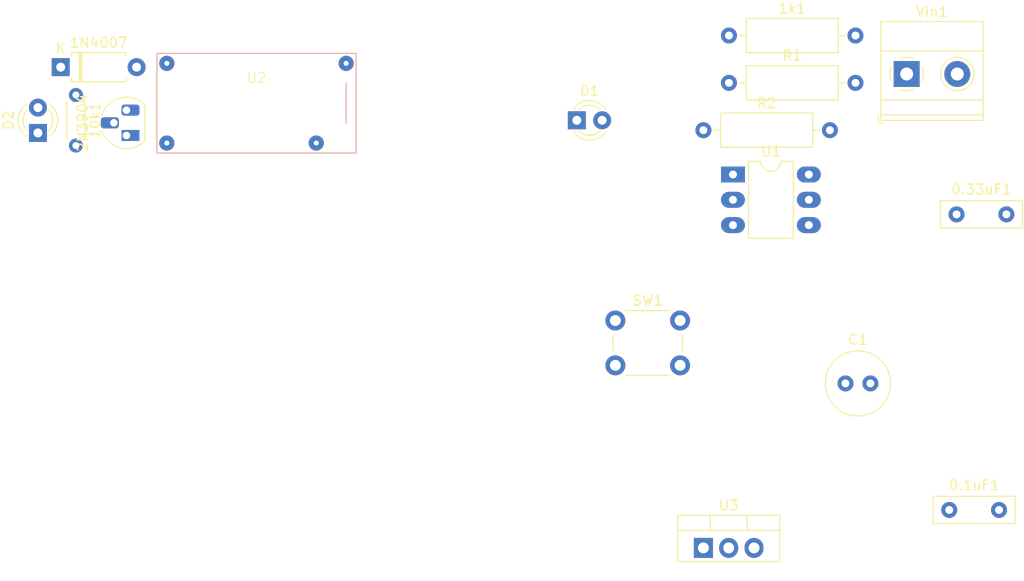
<source format=kicad_pcb>
(kicad_pcb (version 20221018) (generator pcbnew)
  (layers (0 "F.Cu" signal) (31 "B.Cu" signal) (34 "B.Paste" user) (35 "F.Paste" user) (36 "B.SilkS" user "B.Silkscreen") (37 "F.SilkS" user "F.Silkscreen") (38 "B.Mask" user) (39 "F.Mask" user) (44 "Edge.Cuts" user))
  (net 0 "")
  (net 1 "+5V")
  (net 2 "Net-(1N4007-A)")
  (net 3 "/outR_0")
  (net 4 "/pwr_R_0")
  (net 5 "GND")
  (net 6 "Net-(Vin1-PM)")
  (net 7 "Net-(D2-K)")
  (net 8 "Net-(2N3904-B)")
  (net 9 "/out_0")
  (net 10 "/in_0")
  (net 11 "Net-(D1-K)")
  (net 12 "Net-(U1-A)")
  (net 13 "/in24_0")
  (footprint "LED_THT:LED_D3.0mm" (layer "F.Cu") (at 155.697 68.58)
    (fp_text reference "D1" (at 1.27 -2.96) (layer "F.SilkS"))
    (fp_text value "LED")
    (fp_line (start -0.29 -1.236) (end -0.29 -1.08) (stroke (width 0.12)) (layer "F.SilkS"))
    (fp_line (start -0.29 1.08) (end -0.29 1.236) (stroke (width 0.12)) (layer "F.SilkS"))
    (fp_arc (start -0.29 -1.235516) (mid 1.366487 -1.987659) (end 2.942335 -1.078608) (stroke (width 0.12)) (layer "F.SilkS"))
    (fp_arc (start 0.229039 -1.08) (mid 1.270117 -1.5) (end 2.31113 -1.079837) (stroke (width 0.12)) (layer "F.SilkS"))
    (fp_arc (start 2.31113 1.079837) (mid 1.270117 1.5) (end 0.229039 1.08) (stroke (width 0.12)) (layer "F.SilkS"))
    (fp_arc (start 2.942335 1.078608) (mid 1.366487 1.987659) (end -0.29 1.235516) (stroke (width 0.12)) (layer "F.SilkS"))
    (pad "1" thru_hole rect (at 0 0) (size 1.8 1.8) (drill 0.9) (layers "*.Cu" "*.Mask") (net 10 "/in_0"))
    (pad "2" thru_hole circle (at 2.54 0) (size 1.8 1.8) (drill 0.9) (layers "*.Cu" "*.Mask") (net 11 "Net-(D1-K)"))
  )
  (footprint "Capacitor_THT:C_Disc_D8.0mm_W2.5mm_P5.00mm" (layer "F.Cu") (at 193.818 78.024)
    (fp_text reference "0.33uF1" (at 2.5 -2.5) (layer "F.SilkS"))
    (fp_text value "C")
    (fp_line (start -1.62 -1.37) (end -1.62 1.37) (stroke (width 0.12)) (layer "F.SilkS"))
    (fp_line (start -1.62 -1.37) (end 6.62 -1.37) (stroke (width 0.12)) (layer "F.SilkS"))
    (fp_line (start -1.62 1.37) (end 6.62 1.37) (stroke (width 0.12)) (layer "F.SilkS"))
    (fp_line (start 6.62 -1.37) (end 6.62 1.37) (stroke (width 0.12)) (layer "F.SilkS"))
    (pad "1" thru_hole circle (at 0 0) (size 1.6 1.6) (drill 0.8) (layers "*.Cu" "*.Mask") (net 6 "Net-(Vin1-PM)"))
    (pad "2" thru_hole circle (at 5 0) (size 1.6 1.6) (drill 0.8) (layers "*.Cu" "*.Mask") (net 5 "GND"))
  )
  (footprint "Capacitor_THT:C_Disc_D8.0mm_W2.5mm_P5.00mm" (layer "F.Cu") (at 193.08 107.696)
    (fp_text reference "0.1uF1" (at 2.5 -2.5) (layer "F.SilkS"))
    (fp_text value "C")
    (fp_line (start -1.62 -1.37) (end -1.62 1.37) (stroke (width 0.12)) (layer "F.SilkS"))
    (fp_line (start -1.62 -1.37) (end 6.62 -1.37) (stroke (width 0.12)) (layer "F.SilkS"))
    (fp_line (start -1.62 1.37) (end 6.62 1.37) (stroke (width 0.12)) (layer "F.SilkS"))
    (fp_line (start 6.62 -1.37) (end 6.62 1.37) (stroke (width 0.12)) (layer "F.SilkS"))
    (pad "1" thru_hole circle (at 0 0) (size 1.6 1.6) (drill 0.8) (layers "*.Cu" "*.Mask") (net 1 "+5V"))
    (pad "2" thru_hole circle (at 5 0) (size 1.6 1.6) (drill 0.8) (layers "*.Cu" "*.Mask") (net 5 "GND"))
  )
  (footprint "Diode_THT:D_A-405_P7.62mm_Horizontal" (layer "F.Cu") (at 103.886 63.246)
    (fp_text reference "1N4007" (at 3.81 -2.47) (layer "F.SilkS"))
    (fp_text value "DIODE")
    (fp_text user "K" (at 0 -1.9) (layer "F.SilkS"))
    (fp_line (start 1.09 -1.47) (end 6.53 -1.47) (stroke (width 0.12)) (layer "F.SilkS"))
    (fp_line (start 1.09 -1.14) (end 1.09 -1.47) (stroke (width 0.12)) (layer "F.SilkS"))
    (fp_line (start 1.09 1.14) (end 1.09 1.47) (stroke (width 0.12)) (layer "F.SilkS"))
    (fp_line (start 1.09 1.47) (end 6.53 1.47) (stroke (width 0.12)) (layer "F.SilkS"))
    (fp_line (start 1.87 -1.47) (end 1.87 1.47) (stroke (width 0.12)) (layer "F.SilkS"))
    (fp_line (start 1.99 -1.47) (end 1.99 1.47) (stroke (width 0.12)) (layer "F.SilkS"))
    (fp_line (start 2.11 -1.47) (end 2.11 1.47) (stroke (width 0.12)) (layer "F.SilkS"))
    (fp_line (start 6.53 -1.47) (end 6.53 -1.14) (stroke (width 0.12)) (layer "F.SilkS"))
    (fp_line (start 6.53 1.47) (end 6.53 1.14) (stroke (width 0.12)) (layer "F.SilkS"))
    (pad "1" thru_hole rect (at 0 0) (size 1.8 1.8) (drill 0.9) (layers "*.Cu" "*.Mask") (net 2 "Net-(1N4007-A)"))
    (pad "2" thru_hole oval (at 7.62 0) (size 1.8 1.8) (drill 0.9) (layers "*.Cu" "*.Mask") (net 1 "+5V"))
  )
  (footprint "Button_Switch_THT:SW_PUSH_6mm" (layer "F.Cu") (at 159.564 88.682)
    (fp_text reference "SW1" (at 3.25 -2) (layer "F.SilkS"))
    (fp_text value "SW_PUSH")
    (fp_line (start -0.25 1.5) (end -0.25 3) (stroke (width 0.12)) (layer "F.SilkS"))
    (fp_line (start 1 5.5) (end 5.5 5.5) (stroke (width 0.12)) (layer "F.SilkS"))
    (fp_line (start 5.5 -1) (end 1 -1) (stroke (width 0.12)) (layer "F.SilkS"))
    (fp_line (start 6.75 3) (end 6.75 1.5) (stroke (width 0.12)) (layer "F.SilkS"))
    (pad "1" thru_hole circle (at 0 0 90) (size 2 2) (drill 1.1) (layers "*.Cu" "*.Mask") (net 1 "+5V"))
    (pad "1" thru_hole circle (at 6.5 0 90) (size 2 2) (drill 1.1) (layers "*.Cu" "*.Mask") (net 1 "+5V"))
    (pad "2" thru_hole circle (at 0 4.5 90) (size 2 2) (drill 1.1) (layers "*.Cu" "*.Mask") (net 10 "/in_0"))
    (pad "2" thru_hole circle (at 6.5 4.5 90) (size 2 2) (drill 1.1) (layers "*.Cu" "*.Mask") (net 10 "/in_0"))
  )
  (footprint "Capacitor_THT:C_Radial_D6.3mm_H11.0mm_P2.50mm" (layer "F.Cu") (at 182.666 94.996)
    (fp_text reference "C1" (at 1.25 -4.4) (layer "F.SilkS"))
    (fp_text value "1uF")
    (fp_circle (center 1.25 0) (end 4.52 0) (stroke (width 0.12)) (fill none) (layer "F.SilkS"))
    (pad "1" thru_hole circle (at 0 0) (size 1.6 1.6) (drill 0.8) (layers "*.Cu" "*.Mask") (net 10 "/in_0"))
    (pad "2" thru_hole circle (at 2.5 0) (size 1.6 1.6) (drill 0.8) (layers "*.Cu" "*.Mask") (net 5 "GND"))
  )
  (footprint "Resistor_THT:R_Axial_DIN0309_L9.0mm_D3.2mm_P12.70mm_Horizontal" (layer "F.Cu") (at 168.402 69.574)
    (fp_text reference "R2" (at 6.35 -2.72) (layer "F.SilkS"))
    (fp_text value "1k")
    (fp_line (start 1.04 0) (end 1.73 0) (stroke (width 0.12)) (layer "F.SilkS"))
    (fp_line (start 1.73 -1.72) (end 1.73 1.72) (stroke (width 0.12)) (layer "F.SilkS"))
    (fp_line (start 1.73 1.72) (end 10.97 1.72) (stroke (width 0.12)) (layer "F.SilkS"))
    (fp_line (start 10.97 -1.72) (end 1.73 -1.72) (stroke (width 0.12)) (layer "F.SilkS"))
    (fp_line (start 10.97 1.72) (end 10.97 -1.72) (stroke (width 0.12)) (layer "F.SilkS"))
    (fp_line (start 11.66 0) (end 10.97 0) (stroke (width 0.12)) (layer "F.SilkS"))
    (pad "1" thru_hole circle (at 0 0) (size 1.6 1.6) (drill 0.8) (layers "*.Cu" "*.Mask") (net 11 "Net-(D1-K)"))
    (pad "2" thru_hole oval (at 12.7 0) (size 1.6 1.6) (drill 0.8) (layers "*.Cu" "*.Mask") (net 5 "GND"))
  )
  (footprint "Relay_THT:RSEIV-JMU" (layer "F.Cu") (at 123.54 66.866)
    (fp_text reference "U2" (at 0 -2.54 unlocked) (layer "F.SilkS") (effects (font (thickness 0.1))))
    (fp_text value "~")
    (fp_line (start 9 -2) (end 9 2) (stroke (width 0.12)) (layer "B.SilkS"))
    (fp_rect (start -10 -5) (end 10 5) (stroke (width 0.12)) (fill none) (layer "B.SilkS"))
    (pad "1" thru_hole circle (at -9 -4) (size 1.524 1.524) (drill 0.5) (layers "*.Cu" "*.Mask") (net 1 "+5V"))
    (pad "2" thru_hole circle (at -9 4) (size 1.524 1.524) (drill 0.5) (layers "*.Cu" "*.Mask") (net 2 "Net-(1N4007-A)"))
    (pad "3" thru_hole circle (at 9 -4) (size 1.524 1.524) (drill 0.5) (layers "*.Cu" "*.Mask") (net 3 "/outR_0"))
    (pad "4" thru_hole circle (at 6 4) (size 1.524 1.524) (drill 0.5) (layers "*.Cu" "*.Mask") (net 4 "/pwr_R_0"))
  )
  (footprint "Resistor_THT:R_Axial_DIN0309_L9.0mm_D3.2mm_P12.70mm_Horizontal" (layer "F.Cu") (at 170.968 64.824)
    (fp_text reference "R1" (at 6.35 -2.72) (layer "F.SilkS"))
    (fp_text value "1k")
    (fp_line (start 1.04 0) (end 1.73 0) (stroke (width 0.12)) (layer "F.SilkS"))
    (fp_line (start 1.73 -1.72) (end 1.73 1.72) (stroke (width 0.12)) (layer "F.SilkS"))
    (fp_line (start 1.73 1.72) (end 10.97 1.72) (stroke (width 0.12)) (layer "F.SilkS"))
    (fp_line (start 10.97 -1.72) (end 1.73 -1.72) (stroke (width 0.12)) (layer "F.SilkS"))
    (fp_line (start 10.97 1.72) (end 10.97 -1.72) (stroke (width 0.12)) (layer "F.SilkS"))
    (fp_line (start 11.66 0) (end 10.97 0) (stroke (width 0.12)) (layer "F.SilkS"))
    (pad "1" thru_hole circle (at 0 0) (size 1.6 1.6) (drill 0.8) (layers "*.Cu" "*.Mask") (net 12 "Net-(U1-A)"))
    (pad "2" thru_hole oval (at 12.7 0) (size 1.6 1.6) (drill 0.8) (layers "*.Cu" "*.Mask") (net 13 "/in24_0"))
  )
  (footprint "Resistor_THT:R_Axial_DIN0204_L3.6mm_D1.6mm_P5.08mm_Horizontal" (layer "F.Cu") (at 105.41 66.04 -90)
    (fp_text reference "10k1" (at 2.54 -1.92 90) (layer "F.SilkS"))
    (fp_text value "R")
    (fp_line (start 0.62 -0.92) (end 4.46 -0.92) (stroke (width 0.12)) (layer "F.SilkS"))
    (fp_line (start 0.62 0.92) (end 4.46 0.92) (stroke (width 0.12)) (layer "F.SilkS"))
    (pad "1" thru_hole circle (at 0 0 270) (size 1.4 1.4) (drill 0.7) (layers "*.Cu" "*.Mask") (net 8 "Net-(2N3904-B)"))
    (pad "2" thru_hole oval (at 5.08 0 270) (size 1.4 1.4) (drill 0.7) (layers "*.Cu" "*.Mask") (net 9 "/out_0"))
  )
  (footprint "TerminalBlock_Phoenix:TerminalBlock_Phoenix_MKDS-1,5-2-5.08_1x02_P5.08mm_Horizontal" (layer "F.Cu") (at 188.808 63.934)
    (fp_text reference "Vin1" (at 2.54 -6.26) (layer "F.SilkS"))
    (fp_text value "CONN_2")
    (fp_line (start -2.84 4.16) (end -2.84 4.9) (stroke (width 0.12)) (layer "F.SilkS"))
    (fp_line (start -2.84 4.9) (end -2.34 4.9) (stroke (width 0.12)) (layer "F.SilkS"))
    (fp_line (start -2.6 -5.261) (end -2.6 4.66) (stroke (width 0.12)) (layer "F.SilkS"))
    (fp_line (start -2.6 -5.261) (end 7.68 -5.261) (stroke (width 0.12)) (layer "F.SilkS"))
    (fp_line (start -2.6 -2.301) (end 7.68 -2.301) (stroke (width 0.12)) (layer "F.SilkS"))
    (fp_line (start -2.6 2.6) (end 7.68 2.6) (stroke (width 0.12)) (layer "F.SilkS"))
    (fp_line (start -2.6 4.1) (end 7.68 4.1) (stroke (width 0.12)) (layer "F.SilkS"))
    (fp_line (start -2.6 4.66) (end 7.68 4.66) (stroke (width 0.12)) (layer "F.SilkS"))
    (fp_line (start 3.853 1.023) (end 3.806 1.069) (stroke (width 0.12)) (layer "F.SilkS"))
    (fp_line (start 4.046 1.239) (end 4.011 1.274) (stroke (width 0.12)) (layer "F.SilkS"))
    (fp_line (start 6.15 -1.275) (end 6.115 -1.239) (stroke (width 0.12)) (layer "F.SilkS"))
    (fp_line (start 6.355 -1.069) (end 6.308 -1.023) (stroke (width 0.12)) (layer "F.SilkS"))
    (fp_line (start 7.68 -5.261) (end 7.68 4.66) (stroke (width 0.12)) (layer "F.SilkS"))
    (fp_arc (start -1.535427 0.683042) (mid -1.680501 -0.000524) (end -1.535 -0.684) (stroke (width 0.12)) (layer "F.SilkS"))
    (fp_arc (start -0.683042 -1.535427) (mid 0.000524 -1.680501) (end 0.684 -1.535) (stroke (width 0.12)) (layer "F.SilkS"))
    (fp_arc (start 0.028805 1.680253) (mid -0.335551 1.646659) (end -0.684 1.535) (stroke (width 0.12)) (layer "F.SilkS"))
    (fp_arc (start 0.683318 1.534756) (mid 0.349292 1.643288) (end 0 1.68) (stroke (width 0.12)) (layer "F.SilkS"))
    (fp_arc (start 1.535427 -0.683042) (mid 1.680501 0.000524) (end 1.535 0.684) (stroke (width 0.12)) (layer "F.SilkS"))
    (fp_circle (center 5.08 0) (end 6.76 0) (stroke (width 0.12)) (fill none) (layer "F.SilkS"))
    (pad "1" thru_hole rect (at 0 0) (size 2.6 2.6) (drill 1.3) (layers "*.Cu" "*.Mask") (net 5 "GND"))
    (pad "2" thru_hole circle (at 5.08 0) (size 2.6 2.6) (drill 1.3) (layers "*.Cu" "*.Mask") (net 6 "Net-(Vin1-PM)"))
  )
  (footprint "Package_DIP:DIP-6_W7.62mm_LongPads" (layer "F.Cu") (at 171.368 74.024)
    (fp_text reference "U1" (at 3.81 -2.33) (layer "F.SilkS"))
    (fp_text value "OPTO-TRANSISTOR")
    (fp_line (start 1.56 -1.33) (end 1.56 6.41) (stroke (width 0.12)) (layer "F.SilkS"))
    (fp_line (start 1.56 6.41) (end 6.06 6.41) (stroke (width 0.12)) (layer "F.SilkS"))
    (fp_line (start 2.81 -1.33) (end 1.56 -1.33) (stroke (width 0.12)) (layer "F.SilkS"))
    (fp_line (start 6.06 -1.33) (end 4.81 -1.33) (stroke (width 0.12)) (layer "F.SilkS"))
    (fp_line (start 6.06 6.41) (end 6.06 -1.33) (stroke (width 0.12)) (layer "F.SilkS"))
    (fp_arc (start 4.81 -1.33) (mid 3.81 -0.33) (end 2.81 -1.33) (stroke (width 0.12)) (layer "F.SilkS"))
    (pad "1" thru_hole rect (at 0 0) (size 2.4 1.6) (drill 0.8) (layers "*.Cu" "*.Mask") (net 12 "Net-(U1-A)"))
    (pad "2" thru_hole oval (at 0 2.54) (size 2.4 1.6) (drill 0.8) (layers "*.Cu" "*.Mask") (net 5 "GND"))
    (pad "3" thru_hole oval (at 0 5.08) (size 2.4 1.6) (drill 0.8) (layers "*.Cu" "*.Mask"))
    (pad "4" thru_hole oval (at 7.62 5.08) (size 2.4 1.6) (drill 0.8) (layers "*.Cu" "*.Mask") (net 10 "/in_0"))
    (pad "5" thru_hole oval (at 7.62 2.54) (size 2.4 1.6) (drill 0.8) (layers "*.Cu" "*.Mask") (net 1 "+5V"))
    (pad "6" thru_hole oval (at 7.62 0) (size 2.4 1.6) (drill 0.8) (layers "*.Cu" "*.Mask"))
  )
  (footprint "Resistor_THT:R_Axial_DIN0309_L9.0mm_D3.2mm_P12.70mm_Horizontal" (layer "F.Cu") (at 170.968 60.074)
    (fp_text reference "1k1" (at 6.35 -2.72) (layer "F.SilkS"))
    (fp_text value "R")
    (fp_line (start 1.04 0) (end 1.73 0) (stroke (width 0.12)) (layer "F.SilkS"))
    (fp_line (start 1.73 -1.72) (end 1.73 1.72) (stroke (width 0.12)) (layer "F.SilkS"))
    (fp_line (start 1.73 1.72) (end 10.97 1.72) (stroke (width 0.12)) (layer "F.SilkS"))
    (fp_line (start 10.97 -1.72) (end 1.73 -1.72) (stroke (width 0.12)) (layer "F.SilkS"))
    (fp_line (start 10.97 1.72) (end 10.97 -1.72) (stroke (width 0.12)) (layer "F.SilkS"))
    (fp_line (start 11.66 0) (end 10.97 0) (stroke (width 0.12)) (layer "F.SilkS"))
    (pad "1" thru_hole circle (at 0 0) (size 1.6 1.6) (drill 0.8) (layers "*.Cu" "*.Mask") (net 7 "Net-(D2-K)"))
    (pad "2" thru_hole oval (at 12.7 0) (size 1.6 1.6) (drill 0.8) (layers "*.Cu" "*.Mask") (net 5 "GND"))
  )
  (footprint "Package_TO_SOT_THT:TO-92_HandSolder" (layer "F.Cu") (at 110.49 70.104 90)
    (fp_text reference "2N3904" (at 1.27 -4.4 90) (layer "F.SilkS"))
    (fp_text value "NPN")
    (fp_line (start -0.53 1.85) (end 3.07 1.85) (stroke (width 0.12)) (layer "F.SilkS"))
    (fp_arc (start -0.541875 1.841741) (mid -1.247231 -0.581764) (end 0.45 -2.45) (stroke (width 0.12)) (layer "F.SilkS"))
    (fp_arc (start 2.05 -2.45) (mid 3.769931 -0.601036) (end 3.078445 1.827684) (stroke (width 0.12)) (layer "F.SilkS"))
    (pad "1" thru_hole rect (at 0 0 90) (size 1.1 1.8) (drill 0.75 (offset 0 0.4)) (layers "*.Cu" "*.Mask") (net 5 "GND"))
    (pad "2" thru_hole roundrect (at 1.27 -1.27 90) (size 1.1 1.8) (drill 0.75 (offset 0 -0.4)) (layers "*.Cu" "*.Mask") (net 8 "Net-(2N3904-B)"))
    (pad "3" thru_hole roundrect (at 2.54 0 90) (size 1.1 1.8) (drill 0.75 (offset 0 0.4)) (layers "*.Cu" "*.Mask") (net 2 "Net-(1N4007-A)"))
  )
  (footprint "Package_TO_SOT_THT:TO-220-3_Vertical" (layer "F.Cu") (at 168.402 111.506)
    (fp_text reference "U3" (at 2.54 -4.27) (layer "F.SilkS"))
    (fp_text value "LM7805")
    (fp_line (start -2.58 -3.27) (end -2.58 1.371) (stroke (width 0.12)) (layer "F.SilkS"))
    (fp_line (start -2.58 -3.27) (end 7.66 -3.27) (stroke (width 0.12)) (layer "F.SilkS"))
    (fp_line (start -2.58 -1.76) (end 7.66 -1.76) (stroke (width 0.12)) (layer "F.SilkS"))
    (fp_line (start -2.58 1.371) (end 7.66 1.371) (stroke (width 0.12)) (layer "F.SilkS"))
    (fp_line (start 0.69 -3.27) (end 0.69 -1.76) (stroke (width 0.12)) (layer "F.SilkS"))
    (fp_line (start 4.391 -3.27) (end 4.391 -1.76) (stroke (width 0.12)) (layer "F.SilkS"))
    (fp_line (start 7.66 -3.27) (end 7.66 1.371) (stroke (width 0.12)) (layer "F.SilkS"))
    (pad "1" thru_hole rect (at 0 0) (size 1.905 2) (drill 1.1) (layers "*.Cu" "*.Mask"))
    (pad "2" thru_hole oval (at 2.54 0) (size 1.905 2) (drill 1.1) (layers "*.Cu" "*.Mask"))
    (pad "3" thru_hole oval (at 5.08 0) (size 1.905 2) (drill 1.1) (layers "*.Cu" "*.Mask"))
  )
  (footprint "LED_THT:LED_D3.0mm" (layer "F.Cu") (at 101.6 69.85 90)
    (fp_text reference "D2" (at 1.27 -2.96 90) (layer "F.SilkS"))
    (fp_text value "LED")
    (fp_line (start -0.29 -1.236) (end -0.29 -1.08) (stroke (width 0.12)) (layer "F.SilkS"))
    (fp_line (start -0.29 1.08) (end -0.29 1.236) (stroke (width 0.12)) (layer "F.SilkS"))
    (fp_arc (start -0.29 -1.235516) (mid 1.366487 -1.987659) (end 2.942335 -1.078608) (stroke (width 0.12)) (layer "F.SilkS"))
    (fp_arc (start 0.229039 -1.08) (mid 1.270117 -1.5) (end 2.31113 -1.079837) (stroke (width 0.12)) (layer "F.SilkS"))
    (fp_arc (start 2.31113 1.079837) (mid 1.270117 1.5) (end 0.229039 1.08) (stroke (width 0.12)) (layer "F.SilkS"))
    (fp_arc (start 2.942335 1.078608) (mid 1.366487 1.987659) (end -0.29 1.235516) (stroke (width 0.12)) (layer "F.SilkS"))
    (pad "1" thru_hole rect (at 0 0 90) (size 1.8 1.8) (drill 0.9) (layers "*.Cu" "*.Mask") (net 9 "/out_0"))
    (pad "2" thru_hole circle (at 2.54 0 90) (size 1.8 1.8) (drill 0.9) (layers "*.Cu" "*.Mask") (net 7 "Net-(D2-K)"))
  )
)
</source>
